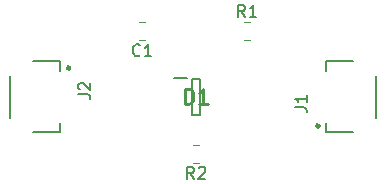
<source format=gbr>
%TF.GenerationSoftware,KiCad,Pcbnew,(6.0.6)*%
%TF.CreationDate,2022-11-09T12:37:34+01:00*%
%TF.ProjectId,i2c esd protection,69326320-6573-4642-9070-726f74656374,rev?*%
%TF.SameCoordinates,Original*%
%TF.FileFunction,Legend,Top*%
%TF.FilePolarity,Positive*%
%FSLAX46Y46*%
G04 Gerber Fmt 4.6, Leading zero omitted, Abs format (unit mm)*
G04 Created by KiCad (PCBNEW (6.0.6)) date 2022-11-09 12:37:34*
%MOMM*%
%LPD*%
G01*
G04 APERTURE LIST*
%ADD10C,0.150000*%
%ADD11C,0.254000*%
%ADD12C,0.120000*%
%ADD13C,0.127000*%
%ADD14C,0.300000*%
%ADD15C,0.200000*%
G04 APERTURE END LIST*
D10*
%TO.C,R2*%
X155789333Y-90748380D02*
X155456000Y-90272190D01*
X155217904Y-90748380D02*
X155217904Y-89748380D01*
X155598857Y-89748380D01*
X155694095Y-89796000D01*
X155741714Y-89843619D01*
X155789333Y-89938857D01*
X155789333Y-90081714D01*
X155741714Y-90176952D01*
X155694095Y-90224571D01*
X155598857Y-90272190D01*
X155217904Y-90272190D01*
X156170285Y-89843619D02*
X156217904Y-89796000D01*
X156313142Y-89748380D01*
X156551238Y-89748380D01*
X156646476Y-89796000D01*
X156694095Y-89843619D01*
X156741714Y-89938857D01*
X156741714Y-90034095D01*
X156694095Y-90176952D01*
X156122666Y-90748380D01*
X156741714Y-90748380D01*
%TO.C,R1*%
X160107333Y-77034380D02*
X159774000Y-76558190D01*
X159535904Y-77034380D02*
X159535904Y-76034380D01*
X159916857Y-76034380D01*
X160012095Y-76082000D01*
X160059714Y-76129619D01*
X160107333Y-76224857D01*
X160107333Y-76367714D01*
X160059714Y-76462952D01*
X160012095Y-76510571D01*
X159916857Y-76558190D01*
X159535904Y-76558190D01*
X161059714Y-77034380D02*
X160488285Y-77034380D01*
X160774000Y-77034380D02*
X160774000Y-76034380D01*
X160678761Y-76177238D01*
X160583523Y-76272476D01*
X160488285Y-76320095D01*
%TO.C,J2*%
X145999423Y-83608629D02*
X146714547Y-83608629D01*
X146857571Y-83656304D01*
X146952921Y-83751654D01*
X147000596Y-83894678D01*
X147000596Y-83990028D01*
X146094773Y-83179555D02*
X146047098Y-83131880D01*
X145999423Y-83036530D01*
X145999423Y-82798155D01*
X146047098Y-82702806D01*
X146094773Y-82655131D01*
X146190123Y-82607456D01*
X146285473Y-82607456D01*
X146428497Y-82655131D01*
X147000596Y-83227230D01*
X147000596Y-82607456D01*
%TO.C,J1*%
X164340053Y-84698819D02*
X165055177Y-84698819D01*
X165198201Y-84746494D01*
X165293551Y-84841844D01*
X165341226Y-84984868D01*
X165341226Y-85080218D01*
X165341226Y-83697646D02*
X165341226Y-84269745D01*
X165341226Y-83983695D02*
X164340053Y-83983695D01*
X164483078Y-84079045D01*
X164578428Y-84174395D01*
X164626103Y-84269745D01*
D11*
%TO.C,D1*%
X155018619Y-84394523D02*
X155018619Y-83124523D01*
X155321000Y-83124523D01*
X155502428Y-83185000D01*
X155623380Y-83305952D01*
X155683857Y-83426904D01*
X155744333Y-83668809D01*
X155744333Y-83850238D01*
X155683857Y-84092142D01*
X155623380Y-84213095D01*
X155502428Y-84334047D01*
X155321000Y-84394523D01*
X155018619Y-84394523D01*
X156953857Y-84394523D02*
X156228142Y-84394523D01*
X156591000Y-84394523D02*
X156591000Y-83124523D01*
X156470047Y-83305952D01*
X156349095Y-83426904D01*
X156228142Y-83487380D01*
D10*
%TO.C,C1*%
X151217333Y-80269142D02*
X151169714Y-80316761D01*
X151026857Y-80364380D01*
X150931619Y-80364380D01*
X150788761Y-80316761D01*
X150693523Y-80221523D01*
X150645904Y-80126285D01*
X150598285Y-79935809D01*
X150598285Y-79792952D01*
X150645904Y-79602476D01*
X150693523Y-79507238D01*
X150788761Y-79412000D01*
X150931619Y-79364380D01*
X151026857Y-79364380D01*
X151169714Y-79412000D01*
X151217333Y-79459619D01*
X152169714Y-80364380D02*
X151598285Y-80364380D01*
X151884000Y-80364380D02*
X151884000Y-79364380D01*
X151788761Y-79507238D01*
X151693523Y-79602476D01*
X151598285Y-79650095D01*
D12*
%TO.C,R2*%
X156183064Y-89381000D02*
X155728936Y-89381000D01*
X156183064Y-87911000D02*
X155728936Y-87911000D01*
%TO.C,R1*%
X160046936Y-77497000D02*
X160501064Y-77497000D01*
X160046936Y-78967000D02*
X160501064Y-78967000D01*
D13*
%TO.C,J2*%
X140205000Y-82020000D02*
X140205000Y-85620000D01*
X144455000Y-86820000D02*
X142180000Y-86820000D01*
X144455000Y-86020000D02*
X144455000Y-86820000D01*
X144455000Y-80820000D02*
X142180000Y-80820000D01*
X144455000Y-81620000D02*
X144455000Y-80820000D01*
D14*
X145265000Y-81370000D02*
G75*
G03*
X145265000Y-81370000I-100000J0D01*
G01*
D13*
%TO.C,J1*%
X171231000Y-85620000D02*
X171231000Y-82020000D01*
X166981000Y-80820000D02*
X169256000Y-80820000D01*
X166981000Y-81620000D02*
X166981000Y-80820000D01*
X166981000Y-86820000D02*
X169256000Y-86820000D01*
X166981000Y-86020000D02*
X166981000Y-86820000D01*
D14*
X166371000Y-86270000D02*
G75*
G03*
X166371000Y-86270000I-100000J0D01*
G01*
D15*
%TO.C,D1*%
X154081000Y-82220000D02*
X155231000Y-82220000D01*
X155581000Y-85320000D02*
X155581000Y-82320000D01*
X156331000Y-85320000D02*
X155581000Y-85320000D01*
X156331000Y-82320000D02*
X156331000Y-85320000D01*
X155581000Y-82320000D02*
X156331000Y-82320000D01*
D12*
%TO.C,C1*%
X151645252Y-77497000D02*
X151122748Y-77497000D01*
X151645252Y-78967000D02*
X151122748Y-78967000D01*
%TD*%
M02*

</source>
